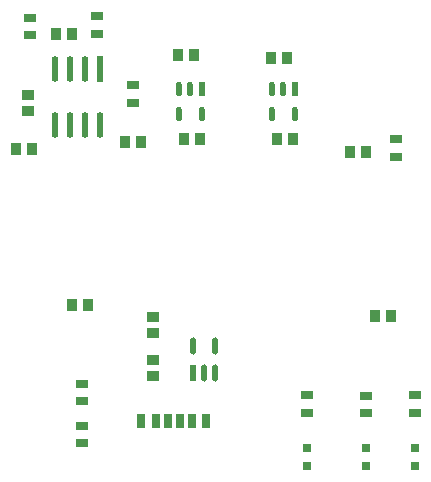
<source format=gbr>
G04*
G04 #@! TF.GenerationSoftware,Altium Limited,Altium Designer,25.3.3 (18)*
G04*
G04 Layer_Color=8421504*
%FSLAX25Y25*%
%MOIN*%
G70*
G04*
G04 #@! TF.SameCoordinates,2E22F27B-A00B-49EA-A22F-E70647FCC6C8*
G04*
G04*
G04 #@! TF.FilePolarity,Positive*
G04*
G01*
G75*
%ADD17R,0.03543X0.03937*%
%ADD18R,0.03937X0.03150*%
%ADD19R,0.02292X0.08540*%
G04:AMPARAMS|DCode=20|XSize=85.4mil|YSize=22.92mil|CornerRadius=11.46mil|HoleSize=0mil|Usage=FLASHONLY|Rotation=270.000|XOffset=0mil|YOffset=0mil|HoleType=Round|Shape=RoundedRectangle|*
%AMROUNDEDRECTD20*
21,1,0.08540,0.00000,0,0,270.0*
21,1,0.06248,0.02292,0,0,270.0*
1,1,0.02292,0.00000,-0.03124*
1,1,0.02292,0.00000,0.03124*
1,1,0.02292,0.00000,0.03124*
1,1,0.02292,0.00000,-0.03124*
%
%ADD20ROUNDEDRECTD20*%
G04:AMPARAMS|DCode=21|XSize=47.45mil|YSize=20.95mil|CornerRadius=10.48mil|HoleSize=0mil|Usage=FLASHONLY|Rotation=270.000|XOffset=0mil|YOffset=0mil|HoleType=Round|Shape=RoundedRectangle|*
%AMROUNDEDRECTD21*
21,1,0.04745,0.00000,0,0,270.0*
21,1,0.02650,0.02095,0,0,270.0*
1,1,0.02095,0.00000,-0.01325*
1,1,0.02095,0.00000,0.01325*
1,1,0.02095,0.00000,0.01325*
1,1,0.02095,0.00000,-0.01325*
%
%ADD21ROUNDEDRECTD21*%
%ADD22R,0.02095X0.04745*%
%ADD23R,0.03150X0.03150*%
%ADD24R,0.03937X0.03543*%
%ADD25R,0.02756X0.04724*%
%ADD26R,0.02992X0.04724*%
%ADD27R,0.03150X0.04724*%
G04:AMPARAMS|DCode=28|XSize=57.31mil|YSize=22.43mil|CornerRadius=11.22mil|HoleSize=0mil|Usage=FLASHONLY|Rotation=90.000|XOffset=0mil|YOffset=0mil|HoleType=Round|Shape=RoundedRectangle|*
%AMROUNDEDRECTD28*
21,1,0.05731,0.00000,0,0,90.0*
21,1,0.03488,0.02243,0,0,90.0*
1,1,0.02243,0.00000,0.01744*
1,1,0.02243,0.00000,-0.01744*
1,1,0.02243,0.00000,-0.01744*
1,1,0.02243,0.00000,0.01744*
%
%ADD28ROUNDEDRECTD28*%
%ADD29R,0.02243X0.05731*%
D17*
X317158Y215500D02*
D03*
X311842D02*
D03*
X219158Y255000D02*
D03*
X213843D02*
D03*
X200243Y216492D02*
D03*
X205558D02*
D03*
X219000Y164500D02*
D03*
X224315D02*
D03*
X261815Y220000D02*
D03*
X256500D02*
D03*
X254343Y248000D02*
D03*
X259658D02*
D03*
X292815Y220000D02*
D03*
X287500D02*
D03*
X285343Y247000D02*
D03*
X290657D02*
D03*
X242158Y219000D02*
D03*
X236842D02*
D03*
X320185Y161000D02*
D03*
X325500D02*
D03*
D18*
X327000Y214047D02*
D03*
Y219953D02*
D03*
X205000Y254547D02*
D03*
Y260453D02*
D03*
X227500Y255047D02*
D03*
Y260953D02*
D03*
X222500Y138406D02*
D03*
Y132500D02*
D03*
X333500Y134500D02*
D03*
Y128595D02*
D03*
X239500Y237906D02*
D03*
Y232000D02*
D03*
X222500Y118500D02*
D03*
Y124406D02*
D03*
X317000Y128547D02*
D03*
Y134453D02*
D03*
X297500Y128595D02*
D03*
Y134500D02*
D03*
D19*
X228500Y243305D02*
D03*
D20*
X223500D02*
D03*
X218500D02*
D03*
X213500D02*
D03*
Y224694D02*
D03*
X218500D02*
D03*
X223500D02*
D03*
X228500D02*
D03*
D21*
X293240Y228364D02*
D03*
X285760D02*
D03*
Y236636D02*
D03*
X289500D02*
D03*
X262240Y228364D02*
D03*
X254760D02*
D03*
Y236636D02*
D03*
X258500D02*
D03*
D22*
X293240D02*
D03*
X262240D02*
D03*
D23*
X333500Y111047D02*
D03*
Y116953D02*
D03*
X317000Y111047D02*
D03*
Y116953D02*
D03*
X297500Y111047D02*
D03*
Y116953D02*
D03*
D24*
X204500Y229343D02*
D03*
Y234658D02*
D03*
X246000Y155185D02*
D03*
Y160500D02*
D03*
Y140842D02*
D03*
Y146158D02*
D03*
D25*
X254969Y125929D02*
D03*
X251031D02*
D03*
D26*
X258984D02*
D03*
X247016D02*
D03*
D27*
X263827D02*
D03*
X242173D02*
D03*
D28*
X259260Y150930D02*
D03*
X266740D02*
D03*
Y142070D02*
D03*
X263000D02*
D03*
D29*
X259260D02*
D03*
M02*

</source>
